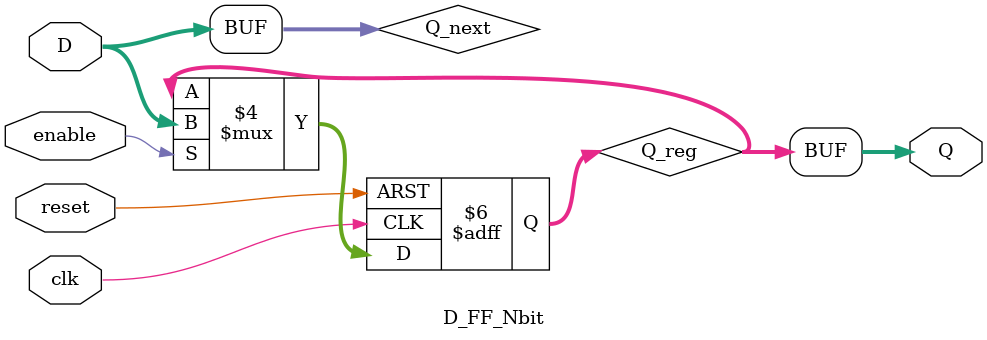
<source format=sv>
`timescale 1ns / 1ps


module D_FF_Nbit #(parameter N = 8)(
    input  logic           clk, 
    input  logic           reset,
    input  logic           enable,
    input  logic [N - 1:0] D,
    output logic [N - 1:0] Q
    );
    logic [N - 1:0] Q_next, Q_reg;
    
    always_ff @(negedge clk or posedge reset)
    begin
        if(reset)
            Q_reg <= 'bx;
        else if(enable)
            Q_reg <= Q_next;
        else
            Q_reg <= Q_reg;
    end
    
    always_comb
        Q_next = D;
    
    assign Q = Q_reg;
    
endmodule

</source>
